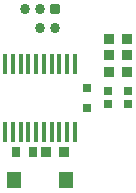
<source format=gts>
%TF.GenerationSoftware,KiCad,Pcbnew,9.0.0*%
%TF.CreationDate,2025-02-27T18:52:30+00:00*%
%TF.ProjectId,vm_rgb_led_0.1,766d5f72-6762-45f6-9c65-645f302e312e,v0.1*%
%TF.SameCoordinates,PX52f83c0PY47868c0*%
%TF.FileFunction,Soldermask,Top*%
%TF.FilePolarity,Negative*%
%FSLAX46Y46*%
G04 Gerber Fmt 4.6, Leading zero omitted, Abs format (unit mm)*
G04 Created by KiCad (PCBNEW 9.0.0) date 2025-02-27 18:52:30*
%MOMM*%
%LPD*%
G01*
G04 APERTURE LIST*
G04 Aperture macros list*
%AMRoundRect*
0 Rectangle with rounded corners*
0 $1 Rounding radius*
0 $2 $3 $4 $5 $6 $7 $8 $9 X,Y pos of 4 corners*
0 Add a 4 corners polygon primitive as box body*
4,1,4,$2,$3,$4,$5,$6,$7,$8,$9,$2,$3,0*
0 Add four circle primitives for the rounded corners*
1,1,$1+$1,$2,$3*
1,1,$1+$1,$4,$5*
1,1,$1+$1,$6,$7*
1,1,$1+$1,$8,$9*
0 Add four rect primitives between the rounded corners*
20,1,$1+$1,$2,$3,$4,$5,0*
20,1,$1+$1,$4,$5,$6,$7,0*
20,1,$1+$1,$6,$7,$8,$9,0*
20,1,$1+$1,$8,$9,$2,$3,0*%
G04 Aperture macros list end*
%ADD10R,0.810000X0.860000*%
%ADD11R,0.800000X0.700000*%
%ADD12R,0.800000X0.800000*%
%ADD13RoundRect,0.172720X-0.259080X-0.259080X0.259080X-0.259080X0.259080X0.259080X-0.259080X0.259080X0*%
%ADD14C,0.863600*%
%ADD15R,0.800000X0.900000*%
%ADD16O,0.360000X1.740000*%
%ADD17R,1.230000X1.360000*%
G04 APERTURE END LIST*
D10*
%TO.C,R2*%
X5350000Y2200000D03*
X3850000Y2200000D03*
%TD*%
%TO.C,R3*%
X3850000Y5000000D03*
X5350000Y5000000D03*
%TD*%
%TO.C,R4*%
X3850000Y3600000D03*
X5350000Y3600000D03*
%TD*%
D11*
%TO.C,D2*%
X5450000Y-550000D03*
X3750000Y-550000D03*
X3750000Y550000D03*
X5450000Y550000D03*
%TD*%
D10*
%TO.C,R1*%
X-1450000Y-4600000D03*
X50000Y-4600000D03*
%TD*%
D12*
%TO.C,D1*%
X2000000Y-850000D03*
X2000000Y850000D03*
%TD*%
D13*
%TO.C,J1*%
X-730000Y7474800D03*
D14*
X-730000Y5900000D03*
X-2000000Y7474800D03*
X-2000000Y5900000D03*
X-3270000Y7474800D03*
%TD*%
D15*
%TO.C,C1*%
X-4000000Y-4600000D03*
X-2600000Y-4600000D03*
%TD*%
D16*
%TO.C,U1*%
X-4930000Y-2870000D03*
X-4280000Y-2870000D03*
X-3630000Y-2870000D03*
X-2980000Y-2870000D03*
X-2320000Y-2870000D03*
X-1670000Y-2870000D03*
X-1020000Y-2870000D03*
X-370000Y-2870000D03*
X280000Y-2870000D03*
X930000Y-2870000D03*
X930000Y2870000D03*
X280000Y2870000D03*
X-370000Y2870000D03*
X-1020000Y2870000D03*
X-1670000Y2870000D03*
X-2320000Y2870000D03*
X-2980000Y2870000D03*
X-3630000Y2870000D03*
X-4280000Y2870000D03*
X-4930000Y2870000D03*
%TD*%
D17*
%TO.C,SW1*%
X180000Y-7000000D03*
X-4180000Y-7000000D03*
%TD*%
M02*

</source>
